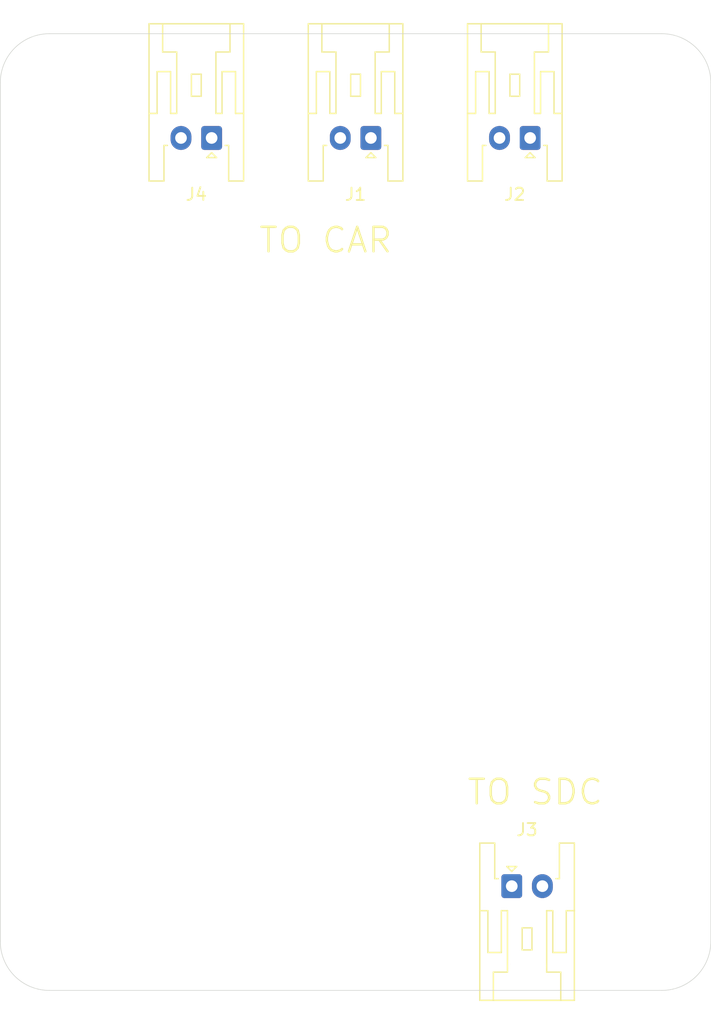
<source format=kicad_pcb>
(kicad_pcb (version 20241229) (generator "pcbnew") (generator_version "9.0")
  (layers (0 "F.Cu" signal) (2 "B.Cu" signal) (13 "F.Paste" user) (15 "B.Paste" user) (5 "F.SilkS" user "F.Silkscreen") (7 "B.SilkS" user "B.Silkscreen") (1 "F.Mask" user) (3 "B.Mask" user) (25 "Edge.Cuts" user))
  (net 0 "")
  (footprint "Connector_JST:JST_XA_S02B-XASK-1_1x02_P2.50mm_Horizontal" (layer "F.Cu") (at 131.75 101.5)
    (property "Reference" "J3" (at 1.25 -4.6 0) (layer "F.SilkS"))
    (property "Value" "Conn_01x02")
    (fp_line (start -2.61 -3.51) (end -2.61 9.31) (stroke (width 0.12)) (layer "F.SilkS"))
    (fp_line (start -2.61 9.31) (end 5.11 9.31) (stroke (width 0.12)) (layer "F.SilkS"))
    (fp_line (start -1.95 2) (end -2.61 2) (stroke (width 0.12)) (layer "F.SilkS"))
    (fp_line (start -1.95 5.41) (end -1.95 2) (stroke (width 0.12)) (layer "F.SilkS"))
    (fp_line (start -1.5 7.01) (end -0.35 7.01) (stroke (width 0.12)) (layer "F.SilkS"))
    (fp_line (start -1.5 9.31) (end -1.5 7.01) (stroke (width 0.12)) (layer "F.SilkS"))
    (fp_line (start -1.39 -3.51) (end -2.61 -3.51) (stroke (width 0.12)) (layer "F.SilkS"))
    (fp_line (start -1.39 -0.61) (end -1.39 -3.51) (stroke (width 0.12)) (layer "F.SilkS"))
    (fp_line (start -1.11 -0.61) (end -1.39 -0.61) (stroke (width 0.12)) (layer "F.SilkS"))
    (fp_line (start -0.85 2) (end -0.85 5.41) (stroke (width 0.12)) (layer "F.SilkS"))
    (fp_line (start -0.85 5.41) (end -1.95 5.41) (stroke (width 0.12)) (layer "F.SilkS"))
    (fp_line (start -0.4 -1.6) (end 0.4 -1.6) (stroke (width 0.12)) (layer "F.SilkS"))
    (fp_line (start -0.35 2) (end -0.85 2) (stroke (width 0.12)) (layer "F.SilkS"))
    (fp_line (start -0.35 7.01) (end -0.35 2) (stroke (width 0.12)) (layer "F.SilkS"))
    (fp_line (start 0 -1.2) (end -0.4 -1.6) (stroke (width 0.12)) (layer "F.SilkS"))
    (fp_line (start 0.4 -1.6) (end 0 -1.2) (stroke (width 0.12)) (layer "F.SilkS"))
    (fp_line (start 0.85 3.4) (end 1.65 3.4) (stroke (width 0.12)) (layer "F.SilkS"))
    (fp_line (start 0.85 5.2) (end 0.85 3.4) (stroke (width 0.12)) (layer "F.SilkS"))
    (fp_line (start 1.65 3.4) (end 1.65 5.2) (stroke (width 0.12)) (layer "F.SilkS"))
    (fp_line (start 1.65 5.2) (end 0.85 5.2) (stroke (width 0.12)) (layer "F.SilkS"))
    (fp_line (start 2.85 2) (end 3.35 2) (stroke (width 0.12)) (layer "F.SilkS"))
    (fp_line (start 2.85 7.01) (end 2.85 2) (stroke (width 0.12)) (layer "F.SilkS"))
    (fp_line (start 2.85 7.01) (end 4 7.01) (stroke (width 0.12)) (layer "F.SilkS"))
    (fp_line (start 3.35 2) (end 3.35 5.41) (stroke (width 0.12)) (layer "F.SilkS"))
    (fp_line (start 3.35 5.41) (end 4.45 5.41) (stroke (width 0.12)) (layer "F.SilkS"))
    (fp_line (start 3.89 -3.51) (end 3.89 -0.61) (stroke (width 0.12)) (layer "F.SilkS"))
    (fp_line (start 3.89 -0.61) (end 3.61 -0.61) (stroke (width 0.12)) (layer "F.SilkS"))
    (fp_line (start 4 7.01) (end 4 9.31) (stroke (width 0.12)) (layer "F.SilkS"))
    (fp_line (start 4.45 2) (end 5.11 2) (stroke (width 0.12)) (layer "F.SilkS"))
    (fp_line (start 4.45 5.41) (end 4.45 2) (stroke (width 0.12)) (layer "F.SilkS"))
    (fp_line (start 5.11 -3.51) (end 3.89 -3.51) (stroke (width 0.12)) (layer "F.SilkS"))
    (fp_line (start 5.11 9.31) (end 5.11 -3.51) (stroke (width 0.12)) (layer "F.SilkS"))
    (pad "" np_thru_hole oval (at 1.25 6.5) (size 2.8 2) (drill oval 2.8 2) (layers "*.Cu" "*.Mask"))
    (pad "1" thru_hole roundrect (at 0 0) (size 1.7 1.95) (drill 0.95) (layers "*.Cu" "*.Mask") (roundrect_rratio 0.147059))
    (pad "2" thru_hole oval (at 2.5 0) (size 1.7 1.95) (drill 0.95) (layers "*.Cu" "*.Mask"))
  )
  (footprint "Connector_JST:JST_XA_S02B-XASK-1_1x02_P2.50mm_Horizontal" (layer "F.Cu") (at 107.25 40.5 180)
    (property "Reference" "J4" (at 1.25 -4.6 0) (layer "F.SilkS"))
    (property "Value" "Conn_01x02")
    (fp_line (start 5.11 9.31) (end 5.11 -3.51) (stroke (width 0.12)) (layer "F.SilkS"))
    (fp_line (start 5.11 -3.51) (end 3.89 -3.51) (stroke (width 0.12)) (layer "F.SilkS"))
    (fp_line (start 4.45 5.41) (end 4.45 2) (stroke (width 0.12)) (layer "F.SilkS"))
    (fp_line (start 4.45 2) (end 5.11 2) (stroke (width 0.12)) (layer "F.SilkS"))
    (fp_line (start 4 7.01) (end 4 9.31) (stroke (width 0.12)) (layer "F.SilkS"))
    (fp_line (start 3.89 -0.61) (end 3.61 -0.61) (stroke (width 0.12)) (layer "F.SilkS"))
    (fp_line (start 3.89 -3.51) (end 3.89 -0.61) (stroke (width 0.12)) (layer "F.SilkS"))
    (fp_line (start 3.35 5.41) (end 4.45 5.41) (stroke (width 0.12)) (layer "F.SilkS"))
    (fp_line (start 3.35 2) (end 3.35 5.41) (stroke (width 0.12)) (layer "F.SilkS"))
    (fp_line (start 2.85 7.01) (end 4 7.01) (stroke (width 0.12)) (layer "F.SilkS"))
    (fp_line (start 2.85 7.01) (end 2.85 2) (stroke (width 0.12)) (layer "F.SilkS"))
    (fp_line (start 2.85 2) (end 3.35 2) (stroke (width 0.12)) (layer "F.SilkS"))
    (fp_line (start 1.65 5.2) (end 0.85 5.2) (stroke (width 0.12)) (layer "F.SilkS"))
    (fp_line (start 1.65 3.4) (end 1.65 5.2) (stroke (width 0.12)) (layer "F.SilkS"))
    (fp_line (start 0.85 5.2) (end 0.85 3.4) (stroke (width 0.12)) (layer "F.SilkS"))
    (fp_line (start 0.85 3.4) (end 1.65 3.4) (stroke (width 0.12)) (layer "F.SilkS"))
    (fp_line (start 0.4 -1.6) (end 0 -1.2) (stroke (width 0.12)) (layer "F.SilkS"))
    (fp_line (start 0 -1.2) (end -0.4 -1.6) (stroke (width 0.12)) (layer "F.SilkS"))
    (fp_line (start -0.35 7.01) (end -0.35 2) (stroke (width 0.12)) (layer "F.SilkS"))
    (fp_line (start -0.35 2) (end -0.85 2) (stroke (width 0.12)) (layer "F.SilkS"))
    (fp_line (start -0.4 -1.6) (end 0.4 -1.6) (stroke (width 0.12)) (layer "F.SilkS"))
    (fp_line (start -0.85 5.41) (end -1.95 5.41) (stroke (width 0.12)) (layer "F.SilkS"))
    (fp_line (start -0.85 2) (end -0.85 5.41) (stroke (width 0.12)) (layer "F.SilkS"))
    (fp_line (start -1.11 -0.61) (end -1.39 -0.61) (stroke (width 0.12)) (layer "F.SilkS"))
    (fp_line (start -1.39 -0.61) (end -1.39 -3.51) (stroke (width 0.12)) (layer "F.SilkS"))
    (fp_line (start -1.39 -3.51) (end -2.61 -3.51) (stroke (width 0.12)) (layer "F.SilkS"))
    (fp_line (start -1.5 9.31) (end -1.5 7.01) (stroke (width 0.12)) (layer "F.SilkS"))
    (fp_line (start -1.5 7.01) (end -0.35 7.01) (stroke (width 0.12)) (layer "F.SilkS"))
    (fp_line (start -1.95 5.41) (end -1.95 2) (stroke (width 0.12)) (layer "F.SilkS"))
    (fp_line (start -1.95 2) (end -2.61 2) (stroke (width 0.12)) (layer "F.SilkS"))
    (fp_line (start -2.61 9.31) (end 5.11 9.31) (stroke (width 0.12)) (layer "F.SilkS"))
    (fp_line (start -2.61 -3.51) (end -2.61 9.31) (stroke (width 0.12)) (layer "F.SilkS"))
    (pad "" np_thru_hole oval (at 1.25 6.5 180) (size 2.8 2) (drill oval 2.8 2) (layers "*.Cu" "*.Mask"))
    (pad "1" thru_hole roundrect (at 0 0 180) (size 1.7 1.95) (drill 0.95) (layers "*.Cu" "*.Mask") (roundrect_rratio 0.147059))
    (pad "2" thru_hole oval (at 2.5 0 180) (size 1.7 1.95) (drill 0.95) (layers "*.Cu" "*.Mask"))
  )
  (footprint "Custom_MSM:Board_Small_Outer-Mounting" (layer "F.Cu") (at 119 71 90)
    (property "Reference" "REF**" (hide yes))
    (property "Value" "Board_Small_Outer-Mounting" (hide yes))
    (fp_line (start -35 -29) (end 35 -29) (stroke (width 0.05)) (layer "Edge.Cuts"))
    (fp_line (start 39 -25) (end 39 25) (stroke (width 0.05)) (layer "Edge.Cuts"))
    (fp_line (start -39 25) (end -39 -25) (stroke (width 0.05)) (layer "Edge.Cuts"))
    (fp_line (start 35 29) (end -35 29) (stroke (width 0.05)) (layer "Edge.Cuts"))
    (fp_arc (start 35 -29) (mid 37.828427 -27.828427) (end 39 -25) (stroke (width 0.05)) (layer "Edge.Cuts"))
    (fp_arc (start -39 -25) (mid -37.828427 -27.828427) (end -35 -29) (stroke (width 0.05)) (layer "Edge.Cuts"))
    (fp_arc (start 39 25) (mid 37.828427 27.828427) (end 35 29) (stroke (width 0.05)) (layer "Edge.Cuts"))
    (fp_arc (start -35 29) (mid -37.828427 27.828427) (end -39 25) (stroke (width 0.05)) (layer "Edge.Cuts"))
    (pad "" np_thru_hole circle (at -35 25 90) (size 3.2 3.2) (drill 3.2) (layers "*.Cu" "*.Mask"))
    (pad "" np_thru_hole circle (at -34.95 -25 90) (size 3.2 3.2) (drill 3.2) (layers "*.Cu" "*.Mask"))
    (pad "" np_thru_hole circle (at 35 -25 90) (size 3.2 3.2) (drill 3.2) (layers "*.Cu" "*.Mask"))
    (pad "" np_thru_hole circle (at 35 25 90) (size 3.2 3.2) (drill 3.2) (layers "*.Cu" "*.Mask"))
  )
  (footprint "Connector_JST:JST_XA_S02B-XASK-1_1x02_P2.50mm_Horizontal" (layer "F.Cu") (at 120.25 40.5 180)
    (property "Reference" "J1" (at 1.25 -4.6 0) (layer "F.SilkS"))
    (property "Value" "Conn_01x02")
    (fp_line (start 5.11 9.31) (end 5.11 -3.51) (stroke (width 0.12)) (layer "F.SilkS"))
    (fp_line (start 5.11 -3.51) (end 3.89 -3.51) (stroke (width 0.12)) (layer "F.SilkS"))
    (fp_line (start 4.45 5.41) (end 4.45 2) (stroke (width 0.12)) (layer "F.SilkS"))
    (fp_line (start 4.45 2) (end 5.11 2) (stroke (width 0.12)) (layer "F.SilkS"))
    (fp_line (start 4 7.01) (end 4 9.31) (stroke (width 0.12)) (layer "F.SilkS"))
    (fp_line (start 3.89 -0.61) (end 3.61 -0.61) (stroke (width 0.12)) (layer "F.SilkS"))
    (fp_line (start 3.89 -3.51) (end 3.89 -0.61) (stroke (width 0.12)) (layer "F.SilkS"))
    (fp_line (start 3.35 5.41) (end 4.45 5.41) (stroke (width 0.12)) (layer "F.SilkS"))
    (fp_line (start 3.35 2) (end 3.35 5.41) (stroke (width 0.12)) (layer "F.SilkS"))
    (fp_line (start 2.85 7.01) (end 4 7.01) (stroke (width 0.12)) (layer "F.SilkS"))
    (fp_line (start 2.85 7.01) (end 2.85 2) (stroke (width 0.12)) (layer "F.SilkS"))
    (fp_line (start 2.85 2) (end 3.35 2) (stroke (width 0.12)) (layer "F.SilkS"))
    (fp_line (start 1.65 5.2) (end 0.85 5.2) (stroke (width 0.12)) (layer "F.SilkS"))
    (fp_line (start 1.65 3.4) (end 1.65 5.2) (stroke (width 0.12)) (layer "F.SilkS"))
    (fp_line (start 0.85 5.2) (end 0.85 3.4) (stroke (width 0.12)) (layer "F.SilkS"))
    (fp_line (start 0.85 3.4) (end 1.65 3.4) (stroke (width 0.12)) (layer "F.SilkS"))
    (fp_line (start 0.4 -1.6) (end 0 -1.2) (stroke (width 0.12)) (layer "F.SilkS"))
    (fp_line (start 0 -1.2) (end -0.4 -1.6) (stroke (width 0.12)) (layer "F.SilkS"))
    (fp_line (start -0.35 7.01) (end -0.35 2) (stroke (width 0.12)) (layer "F.SilkS"))
    (fp_line (start -0.35 2) (end -0.85 2) (stroke (width 0.12)) (layer "F.SilkS"))
    (fp_line (start -0.4 -1.6) (end 0.4 -1.6) (stroke (width 0.12)) (layer "F.SilkS"))
    (fp_line (start -0.85 5.41) (end -1.95 5.41) (stroke (width 0.12)) (layer "F.SilkS"))
    (fp_line (start -0.85 2) (end -0.85 5.41) (stroke (width 0.12)) (layer "F.SilkS"))
    (fp_line (start -1.11 -0.61) (end -1.39 -0.61) (stroke (width 0.12)) (layer "F.SilkS"))
    (fp_line (start -1.39 -0.61) (end -1.39 -3.51) (stroke (width 0.12)) (layer "F.SilkS"))
    (fp_line (start -1.39 -3.51) (end -2.61 -3.51) (stroke (width 0.12)) (layer "F.SilkS"))
    (fp_line (start -1.5 9.31) (end -1.5 7.01) (stroke (width 0.12)) (layer "F.SilkS"))
    (fp_line (start -1.5 7.01) (end -0.35 7.01) (stroke (width 0.12)) (layer "F.SilkS"))
    (fp_line (start -1.95 5.41) (end -1.95 2) (stroke (width 0.12)) (layer "F.SilkS"))
    (fp_line (start -1.95 2) (end -2.61 2) (stroke (width 0.12)) (layer "F.SilkS"))
    (fp_line (start -2.61 9.31) (end 5.11 9.31) (stroke (width 0.12)) (layer "F.SilkS"))
    (fp_line (start -2.61 -3.51) (end -2.61 9.31) (stroke (width 0.12)) (layer "F.SilkS"))
    (pad "" np_thru_hole oval (at 1.25 6.5 180) (size 2.8 2) (drill oval 2.8 2) (layers "*.Cu" "*.Mask"))
    (pad "1" thru_hole roundrect (at 0 0 180) (size 1.7 1.95) (drill 0.95) (layers "*.Cu" "*.Mask") (roundrect_rratio 0.147059))
    (pad "2" thru_hole oval (at 2.5 0 180) (size 1.7 1.95) (drill 0.95) (layers "*.Cu" "*.Mask"))
  )
  (footprint "Connector_JST:JST_XA_S02B-XASK-1_1x02_P2.50mm_Horizontal" (layer "F.Cu") (at 133.25 40.5 180)
    (property "Reference" "J2" (at 1.25 -4.6 0) (layer "F.SilkS"))
    (property "Value" "Conn_01x02")
    (fp_line (start 5.11 9.31) (end 5.11 -3.51) (stroke (width 0.12)) (layer "F.SilkS"))
    (fp_line (start 5.11 -3.51) (end 3.89 -3.51) (stroke (width 0.12)) (layer "F.SilkS"))
    (fp_line (start 4.45 5.41) (end 4.45 2) (stroke (width 0.12)) (layer "F.SilkS"))
    (fp_line (start 4.45 2) (end 5.11 2) (stroke (width 0.12)) (layer "F.SilkS"))
    (fp_line (start 4 7.01) (end 4 9.31) (stroke (width 0.12)) (layer "F.SilkS"))
    (fp_line (start 3.89 -0.61) (end 3.61 -0.61) (stroke (width 0.12)) (layer "F.SilkS"))
    (fp_line (start 3.89 -3.51) (end 3.89 -0.61) (stroke (width 0.12)) (layer "F.SilkS"))
    (fp_line (start 3.35 5.41) (end 4.45 5.41) (stroke (width 0.12)) (layer "F.SilkS"))
    (fp_line (start 3.35 2) (end 3.35 5.41) (stroke (width 0.12)) (layer "F.SilkS"))
    (fp_line (start 2.85 7.01) (end 4 7.01) (stroke (width 0.12)) (layer "F.SilkS"))
    (fp_line (start 2.85 7.01) (end 2.85 2) (stroke (width 0.12)) (layer "F.SilkS"))
    (fp_line (start 2.85 2) (end 3.35 2) (stroke (width 0.12)) (layer "F.SilkS"))
    (fp_line (start 1.65 5.2) (end 0.85 5.2) (stroke (width 0.12)) (layer "F.SilkS"))
    (fp_line (start 1.65 3.4) (end 1.65 5.2) (stroke (width 0.12)) (layer "F.SilkS"))
    (fp_line (start 0.85 5.2) (end 0.85 3.4) (stroke (width 0.12)) (layer "F.SilkS"))
    (fp_line (start 0.85 3.4) (end 1.65 3.4) (stroke (width 0.12)) (layer "F.SilkS"))
    (fp_line (start 0.4 -1.6) (end 0 -1.2) (stroke (width 0.12)) (layer "F.SilkS"))
    (fp_line (start 0 -1.2) (end -0.4 -1.6) (stroke (width 0.12)) (layer "F.SilkS"))
    (fp_line (start -0.35 7.01) (end -0.35 2) (stroke (width 0.12)) (layer "F.SilkS"))
    (fp_line (start -0.35 2) (end -0.85 2) (stroke (width 0.12)) (layer "F.SilkS"))
    (fp_line (start -0.4 -1.6) (end 0.4 -1.6) (stroke (width 0.12)) (layer "F.SilkS"))
    (fp_line (start -0.85 5.41) (end -1.95 5.41) (stroke (width 0.12)) (layer "F.SilkS"))
    (fp_line (start -0.85 2) (end -0.85 5.41) (stroke (width 0.12)) (layer "F.SilkS"))
    (fp_line (start -1.11 -0.61) (end -1.39 -0.61) (stroke (width 0.12)) (layer "F.SilkS"))
    (fp_line (start -1.39 -0.61) (end -1.39 -3.51) (stroke (width 0.12)) (layer "F.SilkS"))
    (fp_line (start -1.39 -3.51) (end -2.61 -3.51) (stroke (width 0.12)) (layer "F.SilkS"))
    (fp_line (start -1.5 9.31) (end -1.5 7.01) (stroke (width 0.12)) (layer "F.SilkS"))
    (fp_line (start -1.5 7.01) (end -0.35 7.01) (stroke (width 0.12)) (layer "F.SilkS"))
    (fp_line (start -1.95 5.41) (end -1.95 2) (stroke (width 0.12)) (layer "F.SilkS"))
    (fp_line (start -1.95 2) (end -2.61 2) (stroke (width 0.12)) (layer "F.SilkS"))
    (fp_line (start -2.61 9.31) (end 5.11 9.31) (stroke (width 0.12)) (layer "F.SilkS"))
    (fp_line (start -2.61 -3.51) (end -2.61 9.31) (stroke (width 0.12)) (layer "F.SilkS"))
    (pad "" np_thru_hole oval (at 1.25 6.5 180) (size 2.8 2) (drill oval 2.8 2) (layers "*.Cu" "*.Mask"))
    (pad "1" thru_hole roundrect (at 0 0 180) (size 1.7 1.95) (drill 0.95) (layers "*.Cu" "*.Mask") (roundrect_rratio 0.147059))
    (pad "2" thru_hole oval (at 2.5 0 180) (size 1.7 1.95) (drill 0.95) (layers "*.Cu" "*.Mask"))
  )
  (gr_text "TO CAR\n" (at 111 50 0) (layer "F.SilkS") (effects (font (size 2 2) (thickness 0.2)) (justify left bottom)))
  (gr_text "TO SDC" (at 128 95 0) (layer "F.SilkS") (effects (font (size 2 2) (thickness 0.2)) (justify left bottom)))
)
</source>
